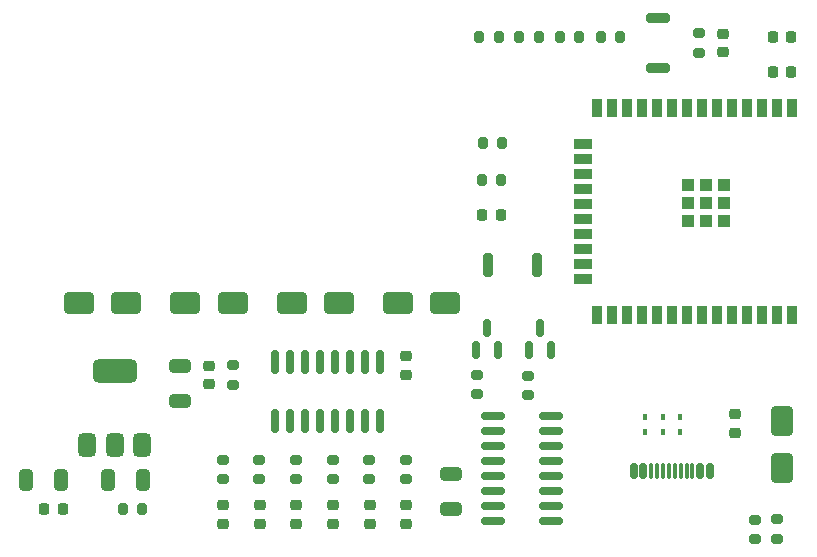
<source format=gbr>
%TF.GenerationSoftware,KiCad,Pcbnew,9.0.0*%
%TF.CreationDate,2025-03-09T16:10:17+04:00*%
%TF.ProjectId,Arbaa_Amp_V0.1,41726261-615f-4416-9d70-5f56302e312e,rev?*%
%TF.SameCoordinates,Original*%
%TF.FileFunction,Paste,Top*%
%TF.FilePolarity,Positive*%
%FSLAX46Y46*%
G04 Gerber Fmt 4.6, Leading zero omitted, Abs format (unit mm)*
G04 Created by KiCad (PCBNEW 9.0.0) date 2025-03-09 16:10:17*
%MOMM*%
%LPD*%
G01*
G04 APERTURE LIST*
G04 Aperture macros list*
%AMRoundRect*
0 Rectangle with rounded corners*
0 $1 Rounding radius*
0 $2 $3 $4 $5 $6 $7 $8 $9 X,Y pos of 4 corners*
0 Add a 4 corners polygon primitive as box body*
4,1,4,$2,$3,$4,$5,$6,$7,$8,$9,$2,$3,0*
0 Add four circle primitives for the rounded corners*
1,1,$1+$1,$2,$3*
1,1,$1+$1,$4,$5*
1,1,$1+$1,$6,$7*
1,1,$1+$1,$8,$9*
0 Add four rect primitives between the rounded corners*
20,1,$1+$1,$2,$3,$4,$5,0*
20,1,$1+$1,$4,$5,$6,$7,0*
20,1,$1+$1,$6,$7,$8,$9,0*
20,1,$1+$1,$8,$9,$2,$3,0*%
G04 Aperture macros list end*
%ADD10RoundRect,0.225000X-0.250000X0.225000X-0.250000X-0.225000X0.250000X-0.225000X0.250000X0.225000X0*%
%ADD11RoundRect,0.250000X-1.000000X-0.650000X1.000000X-0.650000X1.000000X0.650000X-1.000000X0.650000X0*%
%ADD12RoundRect,0.200000X-0.200000X-0.800000X0.200000X-0.800000X0.200000X0.800000X-0.200000X0.800000X0*%
%ADD13RoundRect,0.200000X-0.800000X0.200000X-0.800000X-0.200000X0.800000X-0.200000X0.800000X0.200000X0*%
%ADD14RoundRect,0.375000X0.375000X-0.625000X0.375000X0.625000X-0.375000X0.625000X-0.375000X-0.625000X0*%
%ADD15RoundRect,0.500000X1.400000X-0.500000X1.400000X0.500000X-1.400000X0.500000X-1.400000X-0.500000X0*%
%ADD16RoundRect,0.150000X-0.825000X-0.150000X0.825000X-0.150000X0.825000X0.150000X-0.825000X0.150000X0*%
%ADD17RoundRect,0.150000X0.150000X-0.825000X0.150000X0.825000X-0.150000X0.825000X-0.150000X-0.825000X0*%
%ADD18RoundRect,0.200000X-0.200000X-0.275000X0.200000X-0.275000X0.200000X0.275000X-0.200000X0.275000X0*%
%ADD19RoundRect,0.200000X0.275000X-0.200000X0.275000X0.200000X-0.275000X0.200000X-0.275000X-0.200000X0*%
%ADD20RoundRect,0.200000X-0.275000X0.200000X-0.275000X-0.200000X0.275000X-0.200000X0.275000X0.200000X0*%
%ADD21RoundRect,0.150000X0.150000X-0.587500X0.150000X0.587500X-0.150000X0.587500X-0.150000X-0.587500X0*%
%ADD22RoundRect,0.150000X-0.150000X-0.500000X0.150000X-0.500000X0.150000X0.500000X-0.150000X0.500000X0*%
%ADD23RoundRect,0.075000X-0.075000X-0.575000X0.075000X-0.575000X0.075000X0.575000X-0.075000X0.575000X0*%
%ADD24RoundRect,0.218750X0.256250X-0.218750X0.256250X0.218750X-0.256250X0.218750X-0.256250X-0.218750X0*%
%ADD25R,0.400000X0.480000*%
%ADD26RoundRect,0.250000X-0.650000X1.000000X-0.650000X-1.000000X0.650000X-1.000000X0.650000X1.000000X0*%
%ADD27RoundRect,0.225000X0.225000X0.250000X-0.225000X0.250000X-0.225000X-0.250000X0.225000X-0.250000X0*%
%ADD28RoundRect,0.225000X0.250000X-0.225000X0.250000X0.225000X-0.250000X0.225000X-0.250000X-0.225000X0*%
%ADD29RoundRect,0.225000X-0.225000X-0.250000X0.225000X-0.250000X0.225000X0.250000X-0.225000X0.250000X0*%
%ADD30RoundRect,0.250000X-0.650000X0.325000X-0.650000X-0.325000X0.650000X-0.325000X0.650000X0.325000X0*%
%ADD31RoundRect,0.250000X0.650000X-0.325000X0.650000X0.325000X-0.650000X0.325000X-0.650000X-0.325000X0*%
%ADD32RoundRect,0.250000X0.325000X0.650000X-0.325000X0.650000X-0.325000X-0.650000X0.325000X-0.650000X0*%
%ADD33RoundRect,0.250000X-0.325000X-0.650000X0.325000X-0.650000X0.325000X0.650000X-0.325000X0.650000X0*%
%ADD34R,1.050000X1.050000*%
%ADD35R,0.900000X1.500000*%
%ADD36R,1.500000X0.900000*%
G04 APERTURE END LIST*
D10*
%TO.C,C4*%
X172500000Y-127950000D03*
X172500000Y-129500000D03*
%TD*%
D11*
%TO.C,D13*%
X144000000Y-118500000D03*
X148000000Y-118500000D03*
%TD*%
%TO.C,D12*%
X135000000Y-118500000D03*
X139000000Y-118500000D03*
%TD*%
%TO.C,D11*%
X126000000Y-118500000D03*
X130000000Y-118500000D03*
%TD*%
%TO.C,D10*%
X117000000Y-118500000D03*
X121000000Y-118500000D03*
%TD*%
D12*
%TO.C,SW2*%
X151600000Y-115300000D03*
X155800000Y-115300000D03*
%TD*%
D13*
%TO.C,SW1*%
X166000000Y-94400000D03*
X166000000Y-98600000D03*
%TD*%
D14*
%TO.C,U3*%
X117700000Y-130570000D03*
X120000000Y-130570000D03*
D15*
X120000000Y-124270000D03*
D14*
X122300000Y-130570000D03*
%TD*%
D16*
%TO.C,U2*%
X152025000Y-128055000D03*
X152025000Y-129325000D03*
X152025000Y-130595000D03*
X152025000Y-131865000D03*
X152025000Y-133135000D03*
X152025000Y-134405000D03*
X152025000Y-135675000D03*
X152025000Y-136945000D03*
X156975000Y-136945000D03*
X156975000Y-135675000D03*
X156975000Y-134405000D03*
X156975000Y-133135000D03*
X156975000Y-131865000D03*
X156975000Y-130595000D03*
X156975000Y-129325000D03*
X156975000Y-128055000D03*
%TD*%
D17*
%TO.C,U1*%
X133555000Y-128475000D03*
X134825000Y-128475000D03*
X136095000Y-128475000D03*
X137365000Y-128475000D03*
X138635000Y-128475000D03*
X139905000Y-128475000D03*
X141175000Y-128475000D03*
X142445000Y-128475000D03*
X142445000Y-123525000D03*
X141175000Y-123525000D03*
X139905000Y-123525000D03*
X138635000Y-123525000D03*
X137365000Y-123525000D03*
X136095000Y-123525000D03*
X134825000Y-123525000D03*
X133555000Y-123525000D03*
%TD*%
D18*
%TO.C,R19*%
X161175000Y-96000000D03*
X162825000Y-96000000D03*
%TD*%
%TO.C,R18*%
X157675000Y-96000000D03*
X159325000Y-96000000D03*
%TD*%
D19*
%TO.C,R17*%
X144660000Y-133437500D03*
X144660000Y-131787500D03*
%TD*%
D18*
%TO.C,R16*%
X154275000Y-96000000D03*
X155925000Y-96000000D03*
%TD*%
%TO.C,R15*%
X150875000Y-96000000D03*
X152525000Y-96000000D03*
%TD*%
%TO.C,R14*%
X151100000Y-108100000D03*
X152750000Y-108100000D03*
%TD*%
D20*
%TO.C,R13*%
X169500000Y-95675000D03*
X169500000Y-97325000D03*
%TD*%
D18*
%TO.C,R12*%
X151175000Y-104950000D03*
X152825000Y-104950000D03*
%TD*%
D20*
%TO.C,R11*%
X155000000Y-124675000D03*
X155000000Y-126325000D03*
%TD*%
%TO.C,R10*%
X150650000Y-124575000D03*
X150650000Y-126225000D03*
%TD*%
D18*
%TO.C,R9*%
X120675000Y-136000000D03*
X122325000Y-136000000D03*
%TD*%
D19*
%TO.C,R8*%
X141560000Y-133437500D03*
X141560000Y-131787500D03*
%TD*%
%TO.C,R7*%
X138460000Y-133437500D03*
X138460000Y-131787500D03*
%TD*%
%TO.C,R6*%
X135360000Y-133437500D03*
X135360000Y-131787500D03*
%TD*%
%TO.C,R5*%
X132260000Y-133437500D03*
X132260000Y-131787500D03*
%TD*%
%TO.C,R4*%
X129160000Y-133437500D03*
X129160000Y-131787500D03*
%TD*%
D20*
%TO.C,R3*%
X176050000Y-136825000D03*
X176050000Y-138475000D03*
%TD*%
%TO.C,R2*%
X174250000Y-136850000D03*
X174250000Y-138500000D03*
%TD*%
D19*
%TO.C,R1*%
X130000000Y-125425000D03*
X130000000Y-123775000D03*
%TD*%
D21*
%TO.C,Q2*%
X155050000Y-122500000D03*
X156950000Y-122500000D03*
X156000000Y-120625000D03*
%TD*%
%TO.C,Q1*%
X150600000Y-122500000D03*
X152500000Y-122500000D03*
X151550000Y-120625000D03*
%TD*%
D22*
%TO.C,J1*%
X163980000Y-132755000D03*
X164780000Y-132755000D03*
D23*
X165930000Y-132755000D03*
X166930000Y-132755000D03*
X167430000Y-132755000D03*
X168430000Y-132755000D03*
D22*
X169580000Y-132755000D03*
X170380000Y-132755000D03*
X170380000Y-132755000D03*
X169580000Y-132755000D03*
D23*
X168930000Y-132755000D03*
X167930000Y-132755000D03*
X166430000Y-132755000D03*
X165430000Y-132755000D03*
D22*
X164780000Y-132755000D03*
X163980000Y-132755000D03*
%TD*%
D24*
%TO.C,D14*%
X144700000Y-137187500D03*
X144700000Y-135612500D03*
%TD*%
%TO.C,D9*%
X141600000Y-137187500D03*
X141600000Y-135612500D03*
%TD*%
%TO.C,D8*%
X138500000Y-137187500D03*
X138500000Y-135612500D03*
%TD*%
%TO.C,D7*%
X135400000Y-137187500D03*
X135400000Y-135612500D03*
%TD*%
%TO.C,D6*%
X132300000Y-137187500D03*
X132300000Y-135612500D03*
%TD*%
%TO.C,D5*%
X129200000Y-137187500D03*
X129200000Y-135612500D03*
%TD*%
D25*
%TO.C,D4*%
X166400000Y-128140000D03*
X166400000Y-129460000D03*
%TD*%
D26*
%TO.C,D3*%
X176500000Y-128500000D03*
X176500000Y-132500000D03*
%TD*%
D25*
%TO.C,D2*%
X167850000Y-128140000D03*
X167850000Y-129460000D03*
%TD*%
%TO.C,D1*%
X164950000Y-128140000D03*
X164950000Y-129460000D03*
%TD*%
D27*
%TO.C,C12*%
X152700000Y-111100000D03*
X151150000Y-111100000D03*
%TD*%
D28*
%TO.C,C11*%
X171500000Y-97275000D03*
X171500000Y-95725000D03*
%TD*%
D29*
%TO.C,C10*%
X175725000Y-99000000D03*
X177275000Y-99000000D03*
%TD*%
%TO.C,C9*%
X175725000Y-96000000D03*
X177275000Y-96000000D03*
%TD*%
D10*
%TO.C,C8*%
X128000000Y-123825000D03*
X128000000Y-125375000D03*
%TD*%
D30*
%TO.C,C7*%
X125500000Y-123845000D03*
X125500000Y-126795000D03*
%TD*%
D31*
%TO.C,C6*%
X148500000Y-135975000D03*
X148500000Y-133025000D03*
%TD*%
D32*
%TO.C,C5*%
X122375000Y-133500000D03*
X119425000Y-133500000D03*
%TD*%
D29*
%TO.C,C3*%
X114045000Y-136000000D03*
X115595000Y-136000000D03*
%TD*%
D33*
%TO.C,C2*%
X112525000Y-133500000D03*
X115475000Y-133500000D03*
%TD*%
D10*
%TO.C,C1*%
X144700000Y-123025000D03*
X144700000Y-124575000D03*
%TD*%
D34*
%TO.C,U4*%
X168525000Y-111595000D03*
X170050000Y-111595000D03*
X171575000Y-111595000D03*
X168525000Y-110070000D03*
X170050000Y-110070000D03*
X171575000Y-110070000D03*
X168525000Y-108545000D03*
X170050000Y-108545000D03*
X171575000Y-108545000D03*
D35*
X177390000Y-119500000D03*
X176120000Y-119500000D03*
X174850000Y-119500000D03*
X173580000Y-119500000D03*
X172310000Y-119500000D03*
X171040000Y-119500000D03*
X169770000Y-119500000D03*
X168500000Y-119500000D03*
X167230000Y-119500000D03*
X165960000Y-119500000D03*
X164690000Y-119500000D03*
X163420000Y-119500000D03*
X162150000Y-119500000D03*
X160880000Y-119500000D03*
D36*
X159630000Y-116470000D03*
X159630000Y-115200000D03*
X159630000Y-113930000D03*
X159630000Y-112660000D03*
X159630000Y-111390000D03*
X159630000Y-110120000D03*
X159630000Y-108850000D03*
X159630000Y-107580000D03*
X159630000Y-106310000D03*
X159630000Y-105040000D03*
D35*
X160880000Y-102000000D03*
X162150000Y-102000000D03*
X163420000Y-102000000D03*
X164690000Y-102000000D03*
X165960000Y-102000000D03*
X167230000Y-102000000D03*
X168500000Y-102000000D03*
X169770000Y-102000000D03*
X171040000Y-102000000D03*
X172310000Y-102000000D03*
X173580000Y-102000000D03*
X174850000Y-102000000D03*
X176120000Y-102000000D03*
X177390000Y-102000000D03*
%TD*%
M02*

</source>
